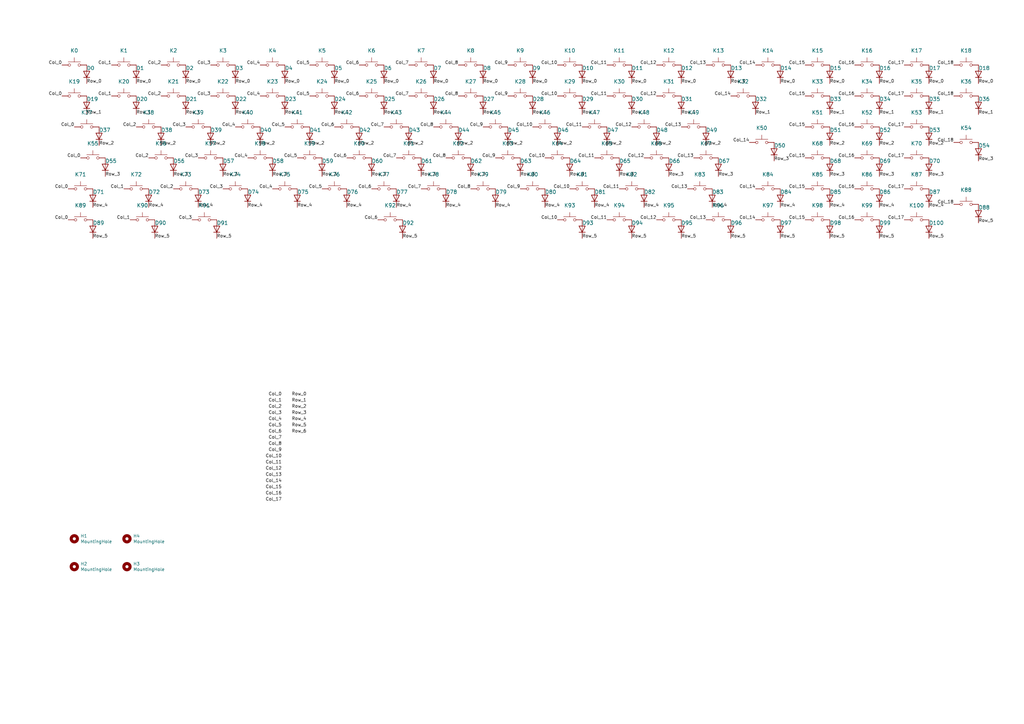
<source format=kicad_sch>
(kicad_sch (version 20211123) (generator eeschema)
  (paper "A3")
  (title_block (date "2023-03-20 22:17") (comment 1 "Author: ") (comment 2 "Generated by klepcbgen.py v0.1"))
  (label "Row_2" (at 40.64 59.69 0))
  (label "Row_1" (at 125.73 165.1 180))
  (label "Col_4" (at 111.76 77.47 180))
  (label "Col_7" (at 157.48 52.07 180))
  (label "Col_5" (at 132.08 77.47 180))
  (label "Row_4" (at 182.88 85.09 0))
  (label "Col_7" (at 162.56 64.77 180))
  (label "Row_5" (at 360.68 97.79 0))
  (label "Col_13" (at 289.56 26.67 180))
  (label "Col_11" (at 243.84 64.77 180))
  (label "Col_5" (at 127 26.67 180))
  (label "Col_9" (at 208.28 39.37 180))
  (label "Row_4" (at 264.16 85.09 0))
  (label "Row_4" (at 162.56 85.09 0))
  (label "Col_16" (at 350.52 52.07 180))
  (label "Col_5" (at 121.92 64.77 180))
  (label "Row_3" (at 401.32 66.04 0))
  (label "Row_1" (at 340.36 46.99 0))
  (label "Row_0" (at 299.72 34.29 0))
  (label "Col_2" (at 66.04 26.67 180))
  (label "Col_12" (at 264.16 64.77 180))
  (label "Col_10" (at 218.44 52.07 180))
  (label "Row_0" (at 259.08 34.29 0))
  (label "Col_11" (at 248.92 26.67 180))
  (label "Row_2" (at 360.68 59.69 0))
  (label "Row_1" (at 55.88 46.99 0))
  (label "Row_0" (at 238.76 34.29 0))
  (label "Col_0" (at 25.4 39.37 180))
  (label "Row_4" (at 320.04 85.09 0))
  (label "Row_2" (at 147.32 59.69 0))
  (label "Row_3" (at 71.12 72.39 0))
  (label "Col_13" (at 289.56 90.17 180))
  (label "Col_9" (at 213.36 77.47 180))
  (label "Col_16" (at 350.52 26.67 180))
  (label "Row_3" (at 193.04 72.39 0))
  (label "Col_10" (at 223.52 64.77 180))
  (label "Col_7" (at 115.57 180.34 180))
  (label "Col_16" (at 115.57 203.2 180))
  (label "Row_5" (at 259.08 97.79 0))
  (label "Row_6" (at 125.73 177.8 180))
  (label "Row_5" (at 88.9 97.79 0))
  (label "Row_4" (at 340.36 85.09 0))
  (label "Col_1" (at 53.34 90.17 180))
  (label "Row_1" (at 401.32 46.99 0))
  (label "Col_14" (at 115.57 198.12 180))
  (label "Col_15" (at 115.57 200.66 180))
  (label "Col_12" (at 269.24 26.67 180))
  (label "Col_5" (at 127 39.37 180))
  (label "Row_1" (at 238.76 46.99 0))
  (label "Col_10" (at 115.57 187.96 180))
  (label "Col_2" (at 55.88 52.07 180))
  (label "Row_5" (at 238.76 97.79 0))
  (label "Row_0" (at 401.32 34.29 0))
  (label "Col_10" (at 228.6 26.67 180))
  (label "Col_10" (at 233.68 77.47 180))
  (label "Col_3" (at 81.28 64.77 180))
  (label "Row_1" (at 360.68 46.99 0))
  (label "Col_7" (at 172.72 77.47 180))
  (label "Col_15" (at 330.2 64.77 180))
  (label "Col_9" (at 208.28 26.67 180))
  (label "Row_5" (at 401.32 91.44 0))
  (label "Col_9" (at 115.57 185.42 180))
  (label "Row_0" (at 279.4 34.29 0))
  (label "Row_4" (at 142.24 85.09 0))
  (label "Row_2" (at 127 59.69 0))
  (label "Row_4" (at 121.92 85.09 0))
  (label "Row_4" (at 38.1 85.09 0))
  (label "Col_13" (at 281.94 77.47 180))
  (label "Row_3" (at 213.36 72.39 0))
  (label "Col_6" (at 154.94 90.17 180))
  (label "Col_14" (at 309.88 26.67 180))
  (label "Col_0" (at 25.4 26.67 180))
  (label "Row_1" (at 279.4 46.99 0))
  (label "Col_14" (at 309.88 90.17 180))
  (label "Col_2" (at 60.96 64.77 180))
  (label "Row_4" (at 223.52 85.09 0))
  (label "Row_0" (at 320.04 34.29 0))
  (label "Row_3" (at 91.44 72.39 0))
  (label "Row_3" (at 152.4 72.39 0))
  (label "Col_17" (at 370.84 64.77 180))
  (label "Row_1" (at 137.16 46.99 0))
  (label "Row_1" (at 116.84 46.99 0))
  (label "Col_10" (at 228.6 90.17 180))
  (label "Col_4" (at 106.68 26.67 180))
  (label "Row_0" (at 96.52 34.29 0))
  (label "Row_1" (at 198.12 46.99 0))
  (label "Row_0" (at 198.12 34.29 0))
  (label "Col_17" (at 370.84 26.67 180))
  (label "Row_2" (at 167.64 59.69 0))
  (label "Col_1" (at 45.72 26.67 180))
  (label "Col_0" (at 115.57 162.56 180))
  (label "Col_7" (at 167.64 39.37 180))
  (label "Row_3" (at 125.73 170.18 180))
  (label "Row_2" (at 289.56 59.69 0))
  (label "Row_4" (at 243.84 85.09 0))
  (label "Col_15" (at 330.2 26.67 180))
  (label "Row_2" (at 106.68 59.69 0))
  (label "Row_5" (at 165.1 97.79 0))
  (label "Col_5" (at 115.57 175.26 180))
  (label "Row_5" (at 63.5 97.79 0))
  (label "Col_4" (at 115.57 172.72 180))
  (label "Col_5" (at 116.84 52.07 180))
  (label "Col_16" (at 350.52 77.47 180))
  (label "Row_1" (at 218.44 46.99 0))
  (label "Row_4" (at 60.96 85.09 0))
  (label "Row_4" (at 101.6 85.09 0))
  (label "Row_4" (at 203.2 85.09 0))
  (label "Col_8" (at 177.8 52.07 180))
  (label "Row_5" (at 38.1 97.79 0))
  (label "Row_0" (at 177.8 34.29 0))
  (label "Col_13" (at 115.57 195.58 180))
  (label "Row_4" (at 360.68 85.09 0))
  (label "Col_8" (at 193.04 77.47 180))
  (label "Row_2" (at 66.04 59.69 0))
  (label "Col_1" (at 45.72 39.37 180))
  (label "Col_18" (at 391.16 58.42 180))
  (label "Col_8" (at 115.57 182.88 180))
  (label "Col_3" (at 76.2 52.07 180))
  (label "Col_4" (at 96.52 52.07 180))
  (label "Row_0" (at 381 34.29 0))
  (label "Col_6" (at 152.4 77.47 180))
  (label "Col_15" (at 330.2 39.37 180))
  (label "Col_15" (at 330.2 52.07 180))
  (label "Row_0" (at 125.73 162.56 180))
  (label "Row_5" (at 320.04 97.79 0))
  (label "Col_12" (at 269.24 39.37 180))
  (label "Row_3" (at 172.72 72.39 0))
  (label "Row_2" (at 187.96 59.69 0))
  (label "Col_14" (at 307.34 58.42 180))
  (label "Row_3" (at 294.64 72.39 0))
  (label "Row_3" (at 274.32 72.39 0))
  (label "Col_13" (at 279.4 52.07 180))
  (label "Row_0" (at 218.44 34.29 0))
  (label "Col_11" (at 248.92 39.37 180))
  (label "Row_0" (at 137.16 34.29 0))
  (label "Col_4" (at 101.6 64.77 180))
  (label "Col_11" (at 115.57 190.5 180))
  (label "Col_12" (at 115.57 193.04 180))
  (label "Row_0" (at 55.88 34.29 0))
  (label "Row_5" (at 125.73 175.26 180))
  (label "Col_7" (at 167.64 26.67 180))
  (label "Row_0" (at 35.56 34.29 0))
  (label "Row_1" (at 259.08 46.99 0))
  (label "Row_3" (at 233.68 72.39 0))
  (label "Row_2" (at 125.73 167.64 180))
  (label "Row_4" (at 292.1 85.09 0))
  (label "Col_3" (at 86.36 26.67 180))
  (label "Col_3" (at 91.44 77.47 180))
  (label "Col_1" (at 115.57 165.1 180))
  (label "Row_5" (at 279.4 97.79 0))
  (label "Row_3" (at 111.76 72.39 0))
  (label "Row_1" (at 157.48 46.99 0))
  (label "Row_3" (at 360.68 72.39 0))
  (label "Col_6" (at 115.57 177.8 180))
  (label "Row_1" (at 76.2 46.99 0))
  (label "Col_8" (at 187.96 39.37 180))
  (label "Col_17" (at 370.84 39.37 180))
  (label "Col_17" (at 370.84 52.07 180))
  (label "Col_16" (at 350.52 90.17 180))
  (label "Col_10" (at 228.6 39.37 180))
  (label "Col_17" (at 370.84 90.17 180))
  (label "Col_8" (at 182.88 64.77 180))
  (label "Row_5" (at 299.72 97.79 0))
  (label "Row_1" (at 309.88 46.99 0))
  (label "Col_13" (at 284.48 64.77 180))
  (label "Row_1" (at 381 46.99 0))
  (label "Col_3" (at 86.36 39.37 180))
  (label "Col_16" (at 350.52 64.77 180))
  (label "Col_11" (at 254 77.47 180))
  (label "Col_0" (at 33.02 64.77 180))
  (label "Col_0" (at 30.48 52.07 180))
  (label "Col_3" (at 78.74 90.17 180))
  (label "Row_0" (at 360.68 34.29 0))
  (label "Row_4" (at 81.28 85.09 0))
  (label "Row_2" (at 340.36 59.69 0))
  (label "Row_1" (at 96.52 46.99 0))
  (label "Col_12" (at 269.24 90.17 180))
  (label "Col_0" (at 27.94 77.47 180))
  (label "Row_3" (at 132.08 72.39 0))
  (label "Row_3" (at 254 72.39 0))
  (label "Col_18" (at 391.16 39.37 180))
  (label "Row_2" (at 269.24 59.69 0))
  (label "Row_0" (at 76.2 34.29 0))
  (label "Row_4" (at 381 85.09 0))
  (label "Col_14" (at 299.72 39.37 180))
  (label "Col_18" (at 391.16 26.67 180))
  (label "Col_17" (at 370.84 77.47 180))
  (label "Col_2" (at 115.57 167.64 180))
  (label "Col_8" (at 187.96 26.67 180))
  (label "Col_6" (at 137.16 52.07 180))
  (label "Row_0" (at 340.36 34.29 0))
  (label "Col_16" (at 350.52 39.37 180))
  (label "Col_4" (at 106.68 39.37 180))
  (label "Row_4" (at 125.73 172.72 180))
  (label "Col_1" (at 50.8 77.47 180))
  (label "Col_3" (at 115.57 170.18 180))
  (label "Col_9" (at 203.2 64.77 180))
  (label "Row_3" (at 317.5 66.04 0))
  (label "Col_6" (at 147.32 26.67 180))
  (label "Col_14" (at 309.88 77.47 180))
  (label "Col_11" (at 248.92 90.17 180))
  (label "Col_11" (at 238.76 52.07 180))
  (label "Row_5" (at 340.36 97.79 0))
  (label "Col_17" (at 115.57 205.74 180))
  (label "Row_3" (at 381 72.39 0))
  (label "Row_0" (at 116.84 34.29 0))
  (label "Row_1" (at 35.56 46.99 0))
  (label "Row_3" (at 43.18 72.39 0))
  (label "Row_2" (at 248.92 59.69 0))
  (label "Col_12" (at 259.08 52.07 180))
  (label "Row_2" (at 86.36 59.69 0))
  (label "Col_9" (at 198.12 52.07 180))
  (label "Row_3" (at 340.36 72.39 0))
  (label "Col_2" (at 66.04 39.37 180))
  (label "Row_2" (at 381 59.69 0))
  (label "Col_6" (at 142.24 64.77 180))
  (label "Col_15" (at 330.2 90.17 180))
  (label "Row_0" (at 157.48 34.29 0))
  (label "Row_1" (at 177.8 46.99 0))
  (label "Row_2" (at 208.28 59.69 0))
  (label "Col_0" (at 27.94 90.17 180))
  (label "Row_2" (at 228.6 59.69 0))
  (label "Row_5" (at 381 97.79 0))
  (label "Col_2" (at 71.12 77.47 180))
  (label "Col_6" (at 147.32 39.37 180))
  (label "Col_18" (at 391.16 83.82 180))
  (label "Col_15" (at 330.2 77.47 180))
  (symbol (lib_id "Device:D") (at 238.76 30.48 90) (unit 1)
    (property "Reference" "D10" (at 238.76 27.94 90) (effects (font (size 1.524 1.524)) (justify right)))
    (property "Value" "D" (effects hide))
    (property "Footprint" "Diode_SMD:D_0805_2012Metric_Pad1.15x1.40mm_HandSolder" (effects hide))
  )
  (symbol (lib_id "Device:D") (at 259.08 30.48 90) (unit 1)
    (property "Reference" "D11" (at 259.08 27.94 90) (effects (font (size 1.524 1.524)) (justify right)))
    (property "Value" "D" (effects hide))
    (property "Footprint" "Diode_SMD:D_0805_2012Metric_Pad1.15x1.40mm_HandSolder" (effects hide))
  )
  (symbol (lib_id "Device:D") (at 279.4 30.48 90) (unit 1)
    (property "Reference" "D12" (at 279.4 27.94 90) (effects (font (size 1.524 1.524)) (justify right)))
    (property "Value" "D" (effects hide))
    (property "Footprint" "Diode_SMD:D_0805_2012Metric_Pad1.15x1.40mm_HandSolder" (effects hide))
  )
  (symbol (lib_id "Device:D") (at 299.72 30.48 90) (unit 1)
    (property "Reference" "D13" (at 299.72 27.94 90) (effects (font (size 1.524 1.524)) (justify right)))
    (property "Value" "D" (effects hide))
    (property "Footprint" "Diode_SMD:D_0805_2012Metric_Pad1.15x1.40mm_HandSolder" (effects hide))
  )
  (symbol (lib_id "Device:D") (at 320.04 30.48 90) (unit 1)
    (property "Reference" "D14" (at 320.04 27.94 90) (effects (font (size 1.524 1.524)) (justify right)))
    (property "Value" "D" (effects hide))
    (property "Footprint" "Diode_SMD:D_0805_2012Metric_Pad1.15x1.40mm_HandSolder" (effects hide))
  )
  (symbol (lib_id "Device:D") (at 340.36 30.48 90) (unit 1)
    (property "Reference" "D15" (at 340.36 27.94 90) (effects (font (size 1.524 1.524)) (justify right)))
    (property "Value" "D" (effects hide))
    (property "Footprint" "Diode_SMD:D_0805_2012Metric_Pad1.15x1.40mm_HandSolder" (effects hide))
  )
  (symbol (lib_id "Device:D") (at 360.68 30.48 90) (unit 1)
    (property "Reference" "D16" (at 360.68 27.94 90) (effects (font (size 1.524 1.524)) (justify right)))
    (property "Value" "D" (effects hide))
    (property "Footprint" "Diode_SMD:D_0805_2012Metric_Pad1.15x1.40mm_HandSolder" (effects hide))
  )
  (symbol (lib_id "Device:D") (at 381 30.48 90) (unit 1)
    (property "Reference" "D17" (at 381 27.94 90) (effects (font (size 1.524 1.524)) (justify right)))
    (property "Value" "D" (effects hide))
    (property "Footprint" "Diode_SMD:D_0805_2012Metric_Pad1.15x1.40mm_HandSolder" (effects hide))
  )
  (symbol (lib_id "Device:D") (at 401.32 30.48 90) (unit 1)
    (property "Reference" "D18" (at 401.32 27.94 90) (effects (font (size 1.524 1.524)) (justify right)))
    (property "Value" "D" (effects hide))
    (property "Footprint" "Diode_SMD:D_0805_2012Metric_Pad1.15x1.40mm_HandSolder" (effects hide))
  )
  (symbol (lib_id "Device:D") (at 35.56 43.18 90) (unit 1)
    (property "Reference" "D19" (at 35.56 40.64 90) (effects (font (size 1.524 1.524)) (justify right)))
    (property "Value" "D" (effects hide))
    (property "Footprint" "Diode_SMD:D_0805_2012Metric_Pad1.15x1.40mm_HandSolder" (effects hide))
  )
  (symbol (lib_id "Device:D") (at 55.88 43.18 90) (unit 1)
    (property "Reference" "D20" (at 55.88 40.64 90) (effects (font (size 1.524 1.524)) (justify right)))
    (property "Value" "D" (effects hide))
    (property "Footprint" "Diode_SMD:D_0805_2012Metric_Pad1.15x1.40mm_HandSolder" (effects hide))
  )
  (symbol (lib_id "Device:D") (at 76.2 43.18 90) (unit 1)
    (property "Reference" "D21" (at 76.2 40.64 90) (effects (font (size 1.524 1.524)) (justify right)))
    (property "Value" "D" (effects hide))
    (property "Footprint" "Diode_SMD:D_0805_2012Metric_Pad1.15x1.40mm_HandSolder" (effects hide))
  )
  (symbol (lib_id "Device:D") (at 96.52 43.18 90) (unit 1)
    (property "Reference" "D22" (at 96.52 40.64 90) (effects (font (size 1.524 1.524)) (justify right)))
    (property "Value" "D" (effects hide))
    (property "Footprint" "Diode_SMD:D_0805_2012Metric_Pad1.15x1.40mm_HandSolder" (effects hide))
  )
  (symbol (lib_id "Device:D") (at 116.84 43.18 90) (unit 1)
    (property "Reference" "D23" (at 116.84 40.64 90) (effects (font (size 1.524 1.524)) (justify right)))
    (property "Value" "D" (effects hide))
    (property "Footprint" "Diode_SMD:D_0805_2012Metric_Pad1.15x1.40mm_HandSolder" (effects hide))
  )
  (symbol (lib_id "Device:D") (at 137.16 43.18 90) (unit 1)
    (property "Reference" "D24" (at 137.16 40.64 90) (effects (font (size 1.524 1.524)) (justify right)))
    (property "Value" "D" (effects hide))
    (property "Footprint" "Diode_SMD:D_0805_2012Metric_Pad1.15x1.40mm_HandSolder" (effects hide))
  )
  (symbol (lib_id "Device:D") (at 157.48 43.18 90) (unit 1)
    (property "Reference" "D25" (at 157.48 40.64 90) (effects (font (size 1.524 1.524)) (justify right)))
    (property "Value" "D" (effects hide))
    (property "Footprint" "Diode_SMD:D_0805_2012Metric_Pad1.15x1.40mm_HandSolder" (effects hide))
  )
  (symbol (lib_id "Device:D") (at 177.8 43.18 90) (unit 1)
    (property "Reference" "D26" (at 177.8 40.64 90) (effects (font (size 1.524 1.524)) (justify right)))
    (property "Value" "D" (effects hide))
    (property "Footprint" "Diode_SMD:D_0805_2012Metric_Pad1.15x1.40mm_HandSolder" (effects hide))
  )
  (symbol (lib_id "Device:D") (at 198.12 43.18 90) (unit 1)
    (property "Reference" "D27" (at 198.12 40.64 90) (effects (font (size 1.524 1.524)) (justify right)))
    (property "Value" "D" (effects hide))
    (property "Footprint" "Diode_SMD:D_0805_2012Metric_Pad1.15x1.40mm_HandSolder" (effects hide))
  )
  (symbol (lib_id "Device:D") (at 218.44 43.18 90) (unit 1)
    (property "Reference" "D28" (at 218.44 40.64 90) (effects (font (size 1.524 1.524)) (justify right)))
    (property "Value" "D" (effects hide))
    (property "Footprint" "Diode_SMD:D_0805_2012Metric_Pad1.15x1.40mm_HandSolder" (effects hide))
  )
  (symbol (lib_id "Device:D") (at 238.76 43.18 90) (unit 1)
    (property "Reference" "D29" (at 238.76 40.64 90) (effects (font (size 1.524 1.524)) (justify right)))
    (property "Value" "D" (effects hide))
    (property "Footprint" "Diode_SMD:D_0805_2012Metric_Pad1.15x1.40mm_HandSolder" (effects hide))
  )
  (symbol (lib_id "Device:D") (at 259.08 43.18 90) (unit 1)
    (property "Reference" "D30" (at 259.08 40.64 90) (effects (font (size 1.524 1.524)) (justify right)))
    (property "Value" "D" (effects hide))
    (property "Footprint" "Diode_SMD:D_0805_2012Metric_Pad1.15x1.40mm_HandSolder" (effects hide))
  )
  (symbol (lib_id "Device:D") (at 279.4 43.18 90) (unit 1)
    (property "Reference" "D31" (at 279.4 40.64 90) (effects (font (size 1.524 1.524)) (justify right)))
    (property "Value" "D" (effects hide))
    (property "Footprint" "Diode_SMD:D_0805_2012Metric_Pad1.15x1.40mm_HandSolder" (effects hide))
  )
  (symbol (lib_id "Device:D") (at 309.88 43.18 90) (unit 1)
    (property "Reference" "D32" (at 309.88 40.64 90) (effects (font (size 1.524 1.524)) (justify right)))
    (property "Value" "D" (effects hide))
    (property "Footprint" "Diode_SMD:D_0805_2012Metric_Pad1.15x1.40mm_HandSolder" (effects hide))
  )
  (symbol (lib_id "Device:D") (at 340.36 43.18 90) (unit 1)
    (property "Reference" "D33" (at 340.36 40.64 90) (effects (font (size 1.524 1.524)) (justify right)))
    (property "Value" "D" (effects hide))
    (property "Footprint" "Diode_SMD:D_0805_2012Metric_Pad1.15x1.40mm_HandSolder" (effects hide))
  )
  (symbol (lib_id "Device:D") (at 360.68 43.18 90) (unit 1)
    (property "Reference" "D34" (at 360.68 40.64 90) (effects (font (size 1.524 1.524)) (justify right)))
    (property "Value" "D" (effects hide))
    (property "Footprint" "Diode_SMD:D_0805_2012Metric_Pad1.15x1.40mm_HandSolder" (effects hide))
  )
  (symbol (lib_id "Device:D") (at 381 43.18 90) (unit 1)
    (property "Reference" "D35" (at 381 40.64 90) (effects (font (size 1.524 1.524)) (justify right)))
    (property "Value" "D" (effects hide))
    (property "Footprint" "Diode_SMD:D_0805_2012Metric_Pad1.15x1.40mm_HandSolder" (effects hide))
  )
  (symbol (lib_id "Device:D") (at 401.32 43.18 90) (unit 1)
    (property "Reference" "D36" (at 401.32 40.64 90) (effects (font (size 1.524 1.524)) (justify right)))
    (property "Value" "D" (effects hide))
    (property "Footprint" "Diode_SMD:D_0805_2012Metric_Pad1.15x1.40mm_HandSolder" (effects hide))
  )
  (symbol (lib_id "Device:D") (at 40.64 55.88 90) (unit 1)
    (property "Reference" "D37" (at 40.64 53.34 90) (effects (font (size 1.524 1.524)) (justify right)))
    (property "Value" "D" (effects hide))
    (property "Footprint" "Diode_SMD:D_0805_2012Metric_Pad1.15x1.40mm_HandSolder" (effects hide))
  )
  (symbol (lib_id "Device:D") (at 66.04 55.88 90) (unit 1)
    (property "Reference" "D38" (at 66.04 53.34 90) (effects (font (size 1.524 1.524)) (justify right)))
    (property "Value" "D" (effects hide))
    (property "Footprint" "Diode_SMD:D_0805_2012Metric_Pad1.15x1.40mm_HandSolder" (effects hide))
  )
  (symbol (lib_id "Device:D") (at 86.36 55.88 90) (unit 1)
    (property "Reference" "D39" (at 86.36 53.34 90) (effects (font (size 1.524 1.524)) (justify right)))
    (property "Value" "D" (effects hide))
    (property "Footprint" "Diode_SMD:D_0805_2012Metric_Pad1.15x1.40mm_HandSolder" (effects hide))
  )
  (symbol (lib_id "Device:D") (at 106.68 55.88 90) (unit 1)
    (property "Reference" "D40" (at 106.68 53.34 90) (effects (font (size 1.524 1.524)) (justify right)))
    (property "Value" "D" (effects hide))
    (property "Footprint" "Diode_SMD:D_0805_2012Metric_Pad1.15x1.40mm_HandSolder" (effects hide))
  )
  (symbol (lib_id "Device:D") (at 127 55.88 90) (unit 1)
    (property "Reference" "D41" (at 127 53.34 90) (effects (font (size 1.524 1.524)) (justify right)))
    (property "Value" "D" (effects hide))
    (property "Footprint" "Diode_SMD:D_0805_2012Metric_Pad1.15x1.40mm_HandSolder" (effects hide))
  )
  (symbol (lib_id "Device:D") (at 147.32 55.88 90) (unit 1)
    (property "Reference" "D42" (at 147.32 53.34 90) (effects (font (size 1.524 1.524)) (justify right)))
    (property "Value" "D" (effects hide))
    (property "Footprint" "Diode_SMD:D_0805_2012Metric_Pad1.15x1.40mm_HandSolder" (effects hide))
  )
  (symbol (lib_id "Device:D") (at 167.64 55.88 90) (unit 1)
    (property "Reference" "D43" (at 167.64 53.34 90) (effects (font (size 1.524 1.524)) (justify right)))
    (property "Value" "D" (effects hide))
    (property "Footprint" "Diode_SMD:D_0805_2012Metric_Pad1.15x1.40mm_HandSolder" (effects hide))
  )
  (symbol (lib_id "Device:D") (at 187.96 55.88 90) (unit 1)
    (property "Reference" "D44" (at 187.96 53.34 90) (effects (font (size 1.524 1.524)) (justify right)))
    (property "Value" "D" (effects hide))
    (property "Footprint" "Diode_SMD:D_0805_2012Metric_Pad1.15x1.40mm_HandSolder" (effects hide))
  )
  (symbol (lib_id "Device:D") (at 208.28 55.88 90) (unit 1)
    (property "Reference" "D45" (at 208.28 53.34 90) (effects (font (size 1.524 1.524)) (justify right)))
    (property "Value" "D" (effects hide))
    (property "Footprint" "Diode_SMD:D_0805_2012Metric_Pad1.15x1.40mm_HandSolder" (effects hide))
  )
  (symbol (lib_id "Device:D") (at 228.6 55.88 90) (unit 1)
    (property "Reference" "D46" (at 228.6 53.34 90) (effects (font (size 1.524 1.524)) (justify right)))
    (property "Value" "D" (effects hide))
    (property "Footprint" "Diode_SMD:D_0805_2012Metric_Pad1.15x1.40mm_HandSolder" (effects hide))
  )
  (symbol (lib_id "Device:D") (at 248.92 55.88 90) (unit 1)
    (property "Reference" "D47" (at 248.92 53.34 90) (effects (font (size 1.524 1.524)) (justify right)))
    (property "Value" "D" (effects hide))
    (property "Footprint" "Diode_SMD:D_0805_2012Metric_Pad1.15x1.40mm_HandSolder" (effects hide))
  )
  (symbol (lib_id "Device:D") (at 269.24 55.88 90) (unit 1)
    (property "Reference" "D48" (at 269.24 53.34 90) (effects (font (size 1.524 1.524)) (justify right)))
    (property "Value" "D" (effects hide))
    (property "Footprint" "Diode_SMD:D_0805_2012Metric_Pad1.15x1.40mm_HandSolder" (effects hide))
  )
  (symbol (lib_id "Device:D") (at 289.56 55.88 90) (unit 1)
    (property "Reference" "D49" (at 289.56 53.34 90) (effects (font (size 1.524 1.524)) (justify right)))
    (property "Value" "D" (effects hide))
    (property "Footprint" "Diode_SMD:D_0805_2012Metric_Pad1.15x1.40mm_HandSolder" (effects hide))
  )
  (symbol (lib_id "Device:D") (at 317.5 62.23 90) (unit 1)
    (property "Reference" "D50" (at 317.5 59.69 90) (effects (font (size 1.524 1.524)) (justify right)))
    (property "Value" "D" (effects hide))
    (property "Footprint" "Diode_SMD:D_0805_2012Metric_Pad1.15x1.40mm_HandSolder" (effects hide))
  )
  (symbol (lib_id "Device:D") (at 340.36 55.88 90) (unit 1)
    (property "Reference" "D51" (at 340.36 53.34 90) (effects (font (size 1.524 1.524)) (justify right)))
    (property "Value" "D" (effects hide))
    (property "Footprint" "Diode_SMD:D_0805_2012Metric_Pad1.15x1.40mm_HandSolder" (effects hide))
  )
  (symbol (lib_id "Device:D") (at 360.68 55.88 90) (unit 1)
    (property "Reference" "D52" (at 360.68 53.34 90) (effects (font (size 1.524 1.524)) (justify right)))
    (property "Value" "D" (effects hide))
    (property "Footprint" "Diode_SMD:D_0805_2012Metric_Pad1.15x1.40mm_HandSolder" (effects hide))
  )
  (symbol (lib_id "Device:D") (at 381 55.88 90) (unit 1)
    (property "Reference" "D53" (at 381 53.34 90) (effects (font (size 1.524 1.524)) (justify right)))
    (property "Value" "D" (effects hide))
    (property "Footprint" "Diode_SMD:D_0805_2012Metric_Pad1.15x1.40mm_HandSolder" (effects hide))
  )
  (symbol (lib_id "Device:D") (at 401.32 62.23 90) (unit 1)
    (property "Reference" "D54" (at 401.32 59.69 90) (effects (font (size 1.524 1.524)) (justify right)))
    (property "Value" "D" (effects hide))
    (property "Footprint" "Diode_SMD:D_0805_2012Metric_Pad1.15x1.40mm_HandSolder" (effects hide))
  )
  (symbol (lib_id "Device:D") (at 43.18 68.58 90) (unit 1)
    (property "Reference" "D55" (at 43.18 66.04 90) (effects (font (size 1.524 1.524)) (justify right)))
    (property "Value" "D" (effects hide))
    (property "Footprint" "Diode_SMD:D_0805_2012Metric_Pad1.15x1.40mm_HandSolder" (effects hide))
  )
  (symbol (lib_id "Device:D") (at 71.12 68.58 90) (unit 1)
    (property "Reference" "D56" (at 71.12 66.04 90) (effects (font (size 1.524 1.524)) (justify right)))
    (property "Value" "D" (effects hide))
    (property "Footprint" "Diode_SMD:D_0805_2012Metric_Pad1.15x1.40mm_HandSolder" (effects hide))
  )
  (symbol (lib_id "Device:D") (at 91.44 68.58 90) (unit 1)
    (property "Reference" "D57" (at 91.44 66.04 90) (effects (font (size 1.524 1.524)) (justify right)))
    (property "Value" "D" (effects hide))
    (property "Footprint" "Diode_SMD:D_0805_2012Metric_Pad1.15x1.40mm_HandSolder" (effects hide))
  )
  (symbol (lib_id "Device:D") (at 111.76 68.58 90) (unit 1)
    (property "Reference" "D58" (at 111.76 66.04 90) (effects (font (size 1.524 1.524)) (justify right)))
    (property "Value" "D" (effects hide))
    (property "Footprint" "Diode_SMD:D_0805_2012Metric_Pad1.15x1.40mm_HandSolder" (effects hide))
  )
  (symbol (lib_id "Device:D") (at 132.08 68.58 90) (unit 1)
    (property "Reference" "D59" (at 132.08 66.04 90) (effects (font (size 1.524 1.524)) (justify right)))
    (property "Value" "D" (effects hide))
    (property "Footprint" "Diode_SMD:D_0805_2012Metric_Pad1.15x1.40mm_HandSolder" (effects hide))
  )
  (symbol (lib_id "Device:D") (at 152.4 68.58 90) (unit 1)
    (property "Reference" "D60" (at 152.4 66.04 90) (effects (font (size 1.524 1.524)) (justify right)))
    (property "Value" "D" (effects hide))
    (property "Footprint" "Diode_SMD:D_0805_2012Metric_Pad1.15x1.40mm_HandSolder" (effects hide))
  )
  (symbol (lib_id "Device:D") (at 172.72 68.58 90) (unit 1)
    (property "Reference" "D61" (at 172.72 66.04 90) (effects (font (size 1.524 1.524)) (justify right)))
    (property "Value" "D" (effects hide))
    (property "Footprint" "Diode_SMD:D_0805_2012Metric_Pad1.15x1.40mm_HandSolder" (effects hide))
  )
  (symbol (lib_id "Device:D") (at 193.04 68.58 90) (unit 1)
    (property "Reference" "D62" (at 193.04 66.04 90) (effects (font (size 1.524 1.524)) (justify right)))
    (property "Value" "D" (effects hide))
    (property "Footprint" "Diode_SMD:D_0805_2012Metric_Pad1.15x1.40mm_HandSolder" (effects hide))
  )
  (symbol (lib_id "Device:D") (at 213.36 68.58 90) (unit 1)
    (property "Reference" "D63" (at 213.36 66.04 90) (effects (font (size 1.524 1.524)) (justify right)))
    (property "Value" "D" (effects hide))
    (property "Footprint" "Diode_SMD:D_0805_2012Metric_Pad1.15x1.40mm_HandSolder" (effects hide))
  )
  (symbol (lib_id "Device:D") (at 233.68 68.58 90) (unit 1)
    (property "Reference" "D64" (at 233.68 66.04 90) (effects (font (size 1.524 1.524)) (justify right)))
    (property "Value" "D" (effects hide))
    (property "Footprint" "Diode_SMD:D_0805_2012Metric_Pad1.15x1.40mm_HandSolder" (effects hide))
  )
  (symbol (lib_id "Device:D") (at 254 68.58 90) (unit 1)
    (property "Reference" "D65" (at 254 66.04 90) (effects (font (size 1.524 1.524)) (justify right)))
    (property "Value" "D" (effects hide))
    (property "Footprint" "Diode_SMD:D_0805_2012Metric_Pad1.15x1.40mm_HandSolder" (effects hide))
  )
  (symbol (lib_id "Device:D") (at 274.32 68.58 90) (unit 1)
    (property "Reference" "D66" (at 274.32 66.04 90) (effects (font (size 1.524 1.524)) (justify right)))
    (property "Value" "D" (effects hide))
    (property "Footprint" "Diode_SMD:D_0805_2012Metric_Pad1.15x1.40mm_HandSolder" (effects hide))
  )
  (symbol (lib_id "Device:D") (at 294.64 68.58 90) (unit 1)
    (property "Reference" "D67" (at 294.64 66.04 90) (effects (font (size 1.524 1.524)) (justify right)))
    (property "Value" "D" (effects hide))
    (property "Footprint" "Diode_SMD:D_0805_2012Metric_Pad1.15x1.40mm_HandSolder" (effects hide))
  )
  (symbol (lib_id "Device:D") (at 340.36 68.58 90) (unit 1)
    (property "Reference" "D68" (at 340.36 66.04 90) (effects (font (size 1.524 1.524)) (justify right)))
    (property "Value" "D" (effects hide))
    (property "Footprint" "Diode_SMD:D_0805_2012Metric_Pad1.15x1.40mm_HandSolder" (effects hide))
  )
  (symbol (lib_id "Device:D") (at 360.68 68.58 90) (unit 1)
    (property "Reference" "D69" (at 360.68 66.04 90) (effects (font (size 1.524 1.524)) (justify right)))
    (property "Value" "D" (effects hide))
    (property "Footprint" "Diode_SMD:D_0805_2012Metric_Pad1.15x1.40mm_HandSolder" (effects hide))
  )
  (symbol (lib_id "Device:D") (at 381 68.58 90) (unit 1)
    (property "Reference" "D70" (at 381 66.04 90) (effects (font (size 1.524 1.524)) (justify right)))
    (property "Value" "D" (effects hide))
    (property "Footprint" "Diode_SMD:D_0805_2012Metric_Pad1.15x1.40mm_HandSolder" (effects hide))
  )
  (symbol (lib_id "Device:D") (at 38.1 81.28 90) (unit 1)
    (property "Reference" "D71" (at 38.1 78.74 90) (effects (font (size 1.524 1.524)) (justify right)))
    (property "Value" "D" (effects hide))
    (property "Footprint" "Diode_SMD:D_0805_2012Metric_Pad1.15x1.40mm_HandSolder" (effects hide))
  )
  (symbol (lib_id "Device:D") (at 60.96 81.28 90) (unit 1)
    (property "Reference" "D72" (at 60.96 78.74 90) (effects (font (size 1.524 1.524)) (justify right)))
    (property "Value" "D" (effects hide))
    (property "Footprint" "Diode_SMD:D_0805_2012Metric_Pad1.15x1.40mm_HandSolder" (effects hide))
  )
  (symbol (lib_id "Device:D") (at 81.28 81.28 90) (unit 1)
    (property "Reference" "D73" (at 81.28 78.74 90) (effects (font (size 1.524 1.524)) (justify right)))
    (property "Value" "D" (effects hide))
    (property "Footprint" "Diode_SMD:D_0805_2012Metric_Pad1.15x1.40mm_HandSolder" (effects hide))
  )
  (symbol (lib_id "Device:D") (at 101.6 81.28 90) (unit 1)
    (property "Reference" "D74" (at 101.6 78.74 90) (effects (font (size 1.524 1.524)) (justify right)))
    (property "Value" "D" (effects hide))
    (property "Footprint" "Diode_SMD:D_0805_2012Metric_Pad1.15x1.40mm_HandSolder" (effects hide))
  )
  (symbol (lib_id "Device:D") (at 121.92 81.28 90) (unit 1)
    (property "Reference" "D75" (at 121.92 78.74 90) (effects (font (size 1.524 1.524)) (justify right)))
    (property "Value" "D" (effects hide))
    (property "Footprint" "Diode_SMD:D_0805_2012Metric_Pad1.15x1.40mm_HandSolder" (effects hide))
  )
  (symbol (lib_id "Device:D") (at 142.24 81.28 90) (unit 1)
    (property "Reference" "D76" (at 142.24 78.74 90) (effects (font (size 1.524 1.524)) (justify right)))
    (property "Value" "D" (effects hide))
    (property "Footprint" "Diode_SMD:D_0805_2012Metric_Pad1.15x1.40mm_HandSolder" (effects hide))
  )
  (symbol (lib_id "Device:D") (at 162.56 81.28 90) (unit 1)
    (property "Reference" "D77" (at 162.56 78.74 90) (effects (font (size 1.524 1.524)) (justify right)))
    (property "Value" "D" (effects hide))
    (property "Footprint" "Diode_SMD:D_0805_2012Metric_Pad1.15x1.40mm_HandSolder" (effects hide))
  )
  (symbol (lib_id "Device:D") (at 182.88 81.28 90) (unit 1)
    (property "Reference" "D78" (at 182.88 78.74 90) (effects (font (size 1.524 1.524)) (justify right)))
    (property "Value" "D" (effects hide))
    (property "Footprint" "Diode_SMD:D_0805_2012Metric_Pad1.15x1.40mm_HandSolder" (effects hide))
  )
  (symbol (lib_id "Device:D") (at 203.2 81.28 90) (unit 1)
    (property "Reference" "D79" (at 203.2 78.74 90) (effects (font (size 1.524 1.524)) (justify right)))
    (property "Value" "D" (effects hide))
    (property "Footprint" "Diode_SMD:D_0805_2012Metric_Pad1.15x1.40mm_HandSolder" (effects hide))
  )
  (symbol (lib_id "Device:D") (at 223.52 81.28 90) (unit 1)
    (property "Reference" "D80" (at 223.52 78.74 90) (effects (font (size 1.524 1.524)) (justify right)))
    (property "Value" "D" (effects hide))
    (property "Footprint" "Diode_SMD:D_0805_2012Metric_Pad1.15x1.40mm_HandSolder" (effects hide))
  )
  (symbol (lib_id "Device:D") (at 243.84 81.28 90) (unit 1)
    (property "Reference" "D81" (at 243.84 78.74 90) (effects (font (size 1.524 1.524)) (justify right)))
    (property "Value" "D" (effects hide))
    (property "Footprint" "Diode_SMD:D_0805_2012Metric_Pad1.15x1.40mm_HandSolder" (effects hide))
  )
  (symbol (lib_id "Device:D") (at 264.16 81.28 90) (unit 1)
    (property "Reference" "D82" (at 264.16 78.74 90) (effects (font (size 1.524 1.524)) (justify right)))
    (property "Value" "D" (effects hide))
    (property "Footprint" "Diode_SMD:D_0805_2012Metric_Pad1.15x1.40mm_HandSolder" (effects hide))
  )
  (symbol (lib_id "Device:D") (at 292.1 81.28 90) (unit 1)
    (property "Reference" "D83" (at 292.1 78.74 90) (effects (font (size 1.524 1.524)) (justify right)))
    (property "Value" "D" (effects hide))
    (property "Footprint" "Diode_SMD:D_0805_2012Metric_Pad1.15x1.40mm_HandSolder" (effects hide))
  )
  (symbol (lib_id "Device:D") (at 320.04 81.28 90) (unit 1)
    (property "Reference" "D84" (at 320.04 78.74 90) (effects (font (size 1.524 1.524)) (justify right)))
    (property "Value" "D" (effects hide))
    (property "Footprint" "Diode_SMD:D_0805_2012Metric_Pad1.15x1.40mm_HandSolder" (effects hide))
  )
  (symbol (lib_id "Device:D") (at 340.36 81.28 90) (unit 1)
    (property "Reference" "D85" (at 340.36 78.74 90) (effects (font (size 1.524 1.524)) (justify right)))
    (property "Value" "D" (effects hide))
    (property "Footprint" "Diode_SMD:D_0805_2012Metric_Pad1.15x1.40mm_HandSolder" (effects hide))
  )
  (symbol (lib_id "Device:D") (at 360.68 81.28 90) (unit 1)
    (property "Reference" "D86" (at 360.68 78.74 90) (effects (font (size 1.524 1.524)) (justify right)))
    (property "Value" "D" (effects hide))
    (property "Footprint" "Diode_SMD:D_0805_2012Metric_Pad1.15x1.40mm_HandSolder" (effects hide))
  )
  (symbol (lib_id "Device:D") (at 381 81.28 90) (unit 1)
    (property "Reference" "D87" (at 381 78.74 90) (effects (font (size 1.524 1.524)) (justify right)))
    (property "Value" "D" (effects hide))
    (property "Footprint" "Diode_SMD:D_0805_2012Metric_Pad1.15x1.40mm_HandSolder" (effects hide))
  )
  (symbol (lib_id "Device:D") (at 401.32 87.63 90) (unit 1)
    (property "Reference" "D88" (at 401.32 85.09 90) (effects (font (size 1.524 1.524)) (justify right)))
    (property "Value" "D" (effects hide))
    (property "Footprint" "Diode_SMD:D_0805_2012Metric_Pad1.15x1.40mm_HandSolder" (effects hide))
  )
  (symbol (lib_id "Device:D") (at 38.1 93.98 90) (unit 1)
    (property "Reference" "D89" (at 38.1 91.44 90) (effects (font (size 1.524 1.524)) (justify right)))
    (property "Value" "D" (effects hide))
    (property "Footprint" "Diode_SMD:D_0805_2012Metric_Pad1.15x1.40mm_HandSolder" (effects hide))
  )
  (symbol (lib_id "Device:D") (at 63.5 93.98 90) (unit 1)
    (property "Reference" "D90" (at 63.5 91.44 90) (effects (font (size 1.524 1.524)) (justify right)))
    (property "Value" "D" (effects hide))
    (property "Footprint" "Diode_SMD:D_0805_2012Metric_Pad1.15x1.40mm_HandSolder" (effects hide))
  )
  (symbol (lib_id "Device:D") (at 88.9 93.98 90) (unit 1)
    (property "Reference" "D91" (at 88.9 91.44 90) (effects (font (size 1.524 1.524)) (justify right)))
    (property "Value" "D" (effects hide))
    (property "Footprint" "Diode_SMD:D_0805_2012Metric_Pad1.15x1.40mm_HandSolder" (effects hide))
  )
  (symbol (lib_id "Device:D") (at 165.1 93.98 90) (unit 1)
    (property "Reference" "D92" (at 165.1 91.44 90) (effects (font (size 1.524 1.524)) (justify right)))
    (property "Value" "D" (effects hide))
    (property "Footprint" "Diode_SMD:D_0805_2012Metric_Pad1.15x1.40mm_HandSolder" (effects hide))
  )
  (symbol (lib_id "Device:D") (at 238.76 93.98 90) (unit 1)
    (property "Reference" "D93" (at 238.76 91.44 90) (effects (font (size 1.524 1.524)) (justify right)))
    (property "Value" "D" (effects hide))
    (property "Footprint" "Diode_SMD:D_0805_2012Metric_Pad1.15x1.40mm_HandSolder" (effects hide))
  )
  (symbol (lib_id "Device:D") (at 259.08 93.98 90) (unit 1)
    (property "Reference" "D94" (at 259.08 91.44 90) (effects (font (size 1.524 1.524)) (justify right)))
    (property "Value" "D" (effects hide))
    (property "Footprint" "Diode_SMD:D_0805_2012Metric_Pad1.15x1.40mm_HandSolder" (effects hide))
  )
  (symbol (lib_id "Device:D") (at 279.4 93.98 90) (unit 1)
    (property "Reference" "D95" (at 279.4 91.44 90) (effects (font (size 1.524 1.524)) (justify right)))
    (property "Value" "D" (effects hide))
    (property "Footprint" "Diode_SMD:D_0805_2012Metric_Pad1.15x1.40mm_HandSolder" (effects hide))
  )
  (symbol (lib_id "Device:D") (at 299.72 93.98 90) (unit 1)
    (property "Reference" "D96" (at 299.72 91.44 90) (effects (font (size 1.524 1.524)) (justify right)))
    (property "Value" "D" (effects hide))
    (property "Footprint" "Diode_SMD:D_0805_2012Metric_Pad1.15x1.40mm_HandSolder" (effects hide))
  )
  (symbol (lib_id "Device:D") (at 320.04 93.98 90) (unit 1)
    (property "Reference" "D97" (at 320.04 91.44 90) (effects (font (size 1.524 1.524)) (justify right)))
    (property "Value" "D" (effects hide))
    (property "Footprint" "Diode_SMD:D_0805_2012Metric_Pad1.15x1.40mm_HandSolder" (effects hide))
  )
  (symbol (lib_id "Device:D") (at 340.36 93.98 90) (unit 1)
    (property "Reference" "D98" (at 340.36 91.44 90) (effects (font (size 1.524 1.524)) (justify right)))
    (property "Value" "D" (effects hide))
    (property "Footprint" "Diode_SMD:D_0805_2012Metric_Pad1.15x1.40mm_HandSolder" (effects hide))
  )
  (symbol (lib_id "Device:D") (at 360.68 93.98 90) (unit 1)
    (property "Reference" "D99" (at 360.68 91.44 90) (effects (font (size 1.524 1.524)) (justify right)))
    (property "Value" "D" (effects hide))
    (property "Footprint" "Diode_SMD:D_0805_2012Metric_Pad1.15x1.40mm_HandSolder" (effects hide))
  )
  (symbol (lib_id "Mechanical:MountingHole") (at 30.48 232.41 0) (unit 1)
    (property "Reference" "H2" (at 33.02 231.2416 0) (effects (justify left)))
    (property "Value" "MountingHole" (at 33.02 233.553 0) (effects (justify left)))
    (property "Footprint" "MountingHole:MountingHole_3.2mm_M3_DIN965" (effects hide))
  )
  (symbol (lib_id "Mechanical:MountingHole") (at 30.48 220.98 0) (unit 1)
    (property "Reference" "H1" (at 33.02 219.8116 0) (effects (justify left)))
    (property "Value" "MountingHole" (at 33.02 222.123 0) (effects (justify left)))
    (property "Footprint" "MountingHole:MountingHole_3.2mm_M3_DIN965" (effects hide))
  )
  (symbol (lib_id "Mechanical:MountingHole") (at 52.07 220.98 0) (unit 1)
    (property "Reference" "H4" (at 54.61 219.8116 0) (effects (justify left)))
    (property "Value" "MountingHole" (at 54.61 222.123 0) (effects (justify left)))
    (property "Footprint" "MountingHole:MountingHole_3.2mm_M3_DIN965" (effects hide))
  )
  (symbol (lib_id "Mechanical:MountingHole") (at 52.07 232.41 0) (unit 1)
    (property "Reference" "H3" (at 54.61 231.2416 0) (effects (justify left)))
    (property "Value" "MountingHole" (at 54.61 233.553 0) (effects (justify left)))
    (property "Footprint" "MountingHole:MountingHole_3.2mm_M3_DIN965" (effects hide))
  )
  (symbol (lib_id "Switch:SW_Push") (at 96.52 77.47 0) (unit 1)
    (property "Reference" "K74" (at 96.52 71.5518 0) (effects (font (size 1.524 1.524))))
    (property "Value" "X" (effects hide))
    (property "Footprint" "Button_Switch_Keyboard:SW_Cherry_MX_1.00u_PCB" (effects hide))
  )
  (symbol (lib_id "Switch:SW_Push") (at 162.56 52.07 0) (unit 1)
    (property "Reference" "K43" (at 162.56 46.1518 0) (effects (font (size 1.524 1.524))))
    (property "Value" "Y" (effects hide))
    (property "Footprint" "Button_Switch_Keyboard:SW_Cherry_MX_1.00u_PCB" (effects hide))
  )
  (symbol (lib_id "Switch:SW_Push") (at 127 64.77 0) (unit 1)
    (property "Reference" "K59" (at 127 58.8518 0) (effects (font (size 1.524 1.524))))
    (property "Value" "F" (effects hide))
    (property "Footprint" "Button_Switch_Keyboard:SW_Cherry_MX_1.00u_PCB" (effects hide))
  )
  (symbol (lib_id "Switch:SW_Push") (at 55.88 77.47 0) (unit 1)
    (property "Reference" "K72" (at 55.88 71.5518 0) (effects (font (size 1.524 1.524))))
    (property "Value" "|,\\" (effects hide))
    (property "Footprint" "Button_Switch_Keyboard:SW_Cherry_MX_1.00u_PCB" (effects hide))
  )
  (symbol (lib_id "Switch:SW_Push") (at 396.24 26.67 0) (unit 1)
    (property "Reference" "K18" (at 396.24 20.7518 0) (effects (font (size 1.524 1.524))))
    (property "Value" "Home" (effects hide))
    (property "Footprint" "Button_Switch_Keyboard:SW_Cherry_MX_1.00u_PCB" (effects hide))
  )
  (symbol (lib_id "Switch:SW_Push") (at 259.08 77.47 0) (unit 1)
    (property "Reference" "K82" (at 259.08 71.5518 0) (effects (font (size 1.524 1.524))))
    (property "Value" "?,/" (effects hide))
    (property "Footprint" "Button_Switch_Keyboard:SW_Cherry_MX_1.00u_PCB" (effects hide))
  )
  (symbol (lib_id "Switch:SW_Push") (at 137.16 77.47 0) (unit 1)
    (property "Reference" "K76" (at 137.16 71.5518 0) (effects (font (size 1.524 1.524))))
    (property "Value" "V" (effects hide))
    (property "Footprint" "Button_Switch_Keyboard:SW_Cherry_MX_1.00u_PCB" (effects hide))
  )
  (symbol (lib_id "Device:D") (at 116.84 30.48 90) (unit 1)
    (property "Reference" "D4" (at 116.84 27.94 90) (effects (font (size 1.524 1.524)) (justify right)))
    (property "Value" "D" (effects hide))
    (property "Footprint" "Diode_SMD:D_0805_2012Metric_Pad1.15x1.40mm_HandSolder" (effects hide))
  )
  (symbol (lib_id "Switch:SW_Push") (at 233.68 39.37 0) (unit 1)
    (property "Reference" "K29" (at 233.68 33.4518 0) (effects (font (size 1.524 1.524))))
    (property "Value" "),0" (effects hide))
    (property "Footprint" "Button_Switch_Keyboard:SW_Cherry_MX_1.00u_PCB" (effects hide))
  )
  (symbol (lib_id "Switch:SW_Push") (at 35.56 52.07 0) (unit 1)
    (property "Reference" "K37" (at 35.56 46.1518 0) (effects (font (size 1.524 1.524))))
    (property "Value" "Tab" (effects hide))
    (property "Footprint" "Button_Switch_Keyboard:SW_Cherry_MX_1.50u_PCB" (effects hide))
  )
  (symbol (lib_id "Switch:SW_Push") (at 33.02 77.47 0) (unit 1)
    (property "Reference" "K71" (at 33.02 71.5518 0) (effects (font (size 1.524 1.524))))
    (property "Value" "Shift" (effects hide))
    (property "Footprint" "Button_Switch_Keyboard:SW_Cherry_MX_1.25u_PCB" (effects hide))
  )
  (symbol (lib_id "Switch:SW_Push") (at 304.8 39.37 0) (unit 1)
    (property "Reference" "K32" (at 304.8 33.4518 0) (effects (font (size 1.524 1.524))))
    (property "Value" "Backspace" (effects hide))
    (property "Footprint" "Button_Switch_Keyboard:SW_Cherry_MX_2.00u_PCB" (effects hide))
  )
  (symbol (lib_id "Switch:SW_Push") (at 58.42 90.17 0) (unit 1)
    (property "Reference" "K90" (at 58.42 84.2518 0) (effects (font (size 1.524 1.524))))
    (property "Value" "Win" (effects hide))
    (property "Footprint" "Button_Switch_Keyboard:SW_Cherry_MX_1.25u_PCB" (effects hide))
  )
  (symbol (lib_id "Switch:SW_Push") (at 274.32 90.17 0) (unit 1)
    (property "Reference" "K95" (at 274.32 84.2518 0) (effects (font (size 1.524 1.524))))
    (property "Value" "Ctrl" (effects hide))
    (property "Footprint" "Button_Switch_Keyboard:SW_Cherry_MX_1.00u_PCB" (effects hide))
  )
  (symbol (lib_id "Switch:SW_Push") (at 101.6 52.07 0) (unit 1)
    (property "Reference" "K40" (at 101.6 46.1518 0) (effects (font (size 1.524 1.524))))
    (property "Value" "E" (effects hide))
    (property "Footprint" "Button_Switch_Keyboard:SW_Cherry_MX_1.00u_PCB" (effects hide))
  )
  (symbol (lib_id "Switch:SW_Push") (at 375.92 64.77 0) (unit 1)
    (property "Reference" "K70" (at 375.92 58.8518 0) (effects (font (size 1.524 1.524))))
    (property "Value" "6,→" (effects hide))
    (property "Footprint" "Button_Switch_Keyboard:SW_Cherry_MX_1.00u_PCB" (effects hide))
  )
  (symbol (lib_id "Switch:SW_Push") (at 314.96 90.17 0) (unit 1)
    (property "Reference" "K97" (at 314.96 84.2518 0) (effects (font (size 1.524 1.524))))
    (property "Value" "↓" (effects hide))
    (property "Footprint" "Button_Switch_Keyboard:SW_Cherry_MX_1.00u_PCB" (effects hide))
  )
  (symbol (lib_id "Switch:SW_Push") (at 86.36 64.77 0) (unit 1)
    (property "Reference" "K57" (at 86.36 58.8518 0) (effects (font (size 1.524 1.524))))
    (property "Value" "S" (effects hide))
    (property "Footprint" "Button_Switch_Keyboard:SW_Cherry_MX_1.00u_PCB" (effects hide))
  )
  (symbol (lib_id "Switch:SW_Push") (at 157.48 77.47 0) (unit 1)
    (property "Reference" "K77" (at 157.48 71.5518 0) (effects (font (size 1.524 1.524))))
    (property "Value" "B" (effects hide))
    (property "Footprint" "Button_Switch_Keyboard:SW_Cherry_MX_1.00u_PCB" (effects hide))
  )
  (symbol (lib_id "Switch:SW_Push") (at 91.44 39.37 0) (unit 1)
    (property "Reference" "K22" (at 91.44 33.4518 0) (effects (font (size 1.524 1.524))))
    (property "Value" "#,3" (effects hide))
    (property "Footprint" "Button_Switch_Keyboard:SW_Cherry_MX_1.00u_PCB" (effects hide))
  )
  (symbol (lib_id "Device:D") (at 96.52 30.48 90) (unit 1)
    (property "Reference" "D3" (at 96.52 27.94 90) (effects (font (size 1.524 1.524)) (justify right)))
    (property "Value" "D" (effects hide))
    (property "Footprint" "Diode_SMD:D_0805_2012Metric_Pad1.15x1.40mm_HandSolder" (effects hide))
  )
  (symbol (lib_id "Switch:SW_Push") (at 172.72 26.67 0) (unit 1)
    (property "Reference" "K7" (at 172.72 20.7518 0) (effects (font (size 1.524 1.524))))
    (property "Value" "F7" (effects hide))
    (property "Footprint" "Button_Switch_Keyboard:SW_Cherry_MX_1.00u_PCB" (effects hide))
  )
  (symbol (lib_id "Switch:SW_Push") (at 106.68 64.77 0) (unit 1)
    (property "Reference" "K58" (at 106.68 58.8518 0) (effects (font (size 1.524 1.524))))
    (property "Value" "D" (effects hide))
    (property "Footprint" "Button_Switch_Keyboard:SW_Cherry_MX_1.00u_PCB" (effects hide))
  )
  (symbol (lib_id "Switch:SW_Push") (at 30.48 26.67 0) (unit 1)
    (property "Reference" "K0" (at 30.48 20.7518 0) (effects (font (size 1.524 1.524))))
    (property "Value" "Esc" (effects hide))
    (property "Footprint" "Button_Switch_Keyboard:SW_Cherry_MX_1.00u_PCB" (effects hide))
  )
  (symbol (lib_id "Switch:SW_Push") (at 193.04 39.37 0) (unit 1)
    (property "Reference" "K27" (at 193.04 33.4518 0) (effects (font (size 1.524 1.524))))
    (property "Value" "*,8" (effects hide))
    (property "Footprint" "Button_Switch_Keyboard:SW_Cherry_MX_1.00u_PCB" (effects hide))
  )
  (symbol (lib_id "Switch:SW_Push") (at 50.8 39.37 0) (unit 1)
    (property "Reference" "K20" (at 50.8 33.4518 0) (effects (font (size 1.524 1.524))))
    (property "Value" "!,1" (effects hide))
    (property "Footprint" "Button_Switch_Keyboard:SW_Cherry_MX_1.00u_PCB" (effects hide))
  )
  (symbol (lib_id "Switch:SW_Push") (at 71.12 39.37 0) (unit 1)
    (property "Reference" "K21" (at 71.12 33.4518 0) (effects (font (size 1.524 1.524))))
    (property "Value" "@,2" (effects hide))
    (property "Footprint" "Button_Switch_Keyboard:SW_Cherry_MX_1.00u_PCB" (effects hide))
  )
  (symbol (lib_id "Switch:SW_Push") (at 132.08 39.37 0) (unit 1)
    (property "Reference" "K24" (at 132.08 33.4518 0) (effects (font (size 1.524 1.524))))
    (property "Value" "%,5" (effects hide))
    (property "Footprint" "Button_Switch_Keyboard:SW_Cherry_MX_1.00u_PCB" (effects hide))
  )
  (symbol (lib_id "Switch:SW_Push") (at 172.72 39.37 0) (unit 1)
    (property "Reference" "K26" (at 172.72 33.4518 0) (effects (font (size 1.524 1.524))))
    (property "Value" "&,7" (effects hide))
    (property "Footprint" "Button_Switch_Keyboard:SW_Cherry_MX_1.00u_PCB" (effects hide))
  )
  (symbol (lib_id "Switch:SW_Push") (at 289.56 64.77 0) (unit 1)
    (property "Reference" "K67" (at 289.56 58.8518 0) (effects (font (size 1.524 1.524))))
    (property "Value" "|,\\" (effects hide))
    (property "Footprint" "Button_Switch_Keyboard:SW_Cherry_MX_1.00u_PCB" (effects hide))
  )
  (symbol (lib_id "Switch:SW_Push") (at 121.92 52.07 0) (unit 1)
    (property "Reference" "K41" (at 121.92 46.1518 0) (effects (font (size 1.524 1.524))))
    (property "Value" "R" (effects hide))
    (property "Footprint" "Button_Switch_Keyboard:SW_Cherry_MX_1.00u_PCB" (effects hide))
  )
  (symbol (lib_id "Switch:SW_Push") (at 335.28 52.07 0) (unit 1)
    (property "Reference" "K51" (at 335.28 46.1518 0) (effects (font (size 1.524 1.524))))
    (property "Value" "7" (effects hide))
    (property "Footprint" "Button_Switch_Keyboard:SW_Cherry_MX_1.00u_PCB" (effects hide))
  )
  (symbol (lib_id "Switch:SW_Push") (at 83.82 90.17 0) (unit 1)
    (property "Reference" "K91" (at 83.82 84.2518 0) (effects (font (size 1.524 1.524))))
    (property "Value" "Alt" (effects hide))
    (property "Footprint" "Button_Switch_Keyboard:SW_Cherry_MX_1.25u_PCB" (effects hide))
  )
  (symbol (lib_id "Device:D") (at 55.88 30.48 90) (unit 1)
    (property "Reference" "D1" (at 55.88 27.94 90) (effects (font (size 1.524 1.524)) (justify right)))
    (property "Value" "D" (effects hide))
    (property "Footprint" "Diode_SMD:D_0805_2012Metric_Pad1.15x1.40mm_HandSolder" (effects hide))
  )
  (symbol (lib_id "Switch:SW_Push") (at 152.4 26.67 0) (unit 1)
    (property "Reference" "K6" (at 152.4 20.7518 0) (effects (font (size 1.524 1.524))))
    (property "Value" "F6" (effects hide))
    (property "Footprint" "Button_Switch_Keyboard:SW_Cherry_MX_1.00u_PCB" (effects hide))
  )
  (symbol (lib_id "Switch:SW_Push") (at 91.44 26.67 0) (unit 1)
    (property "Reference" "K3" (at 91.44 20.7518 0) (effects (font (size 1.524 1.524))))
    (property "Value" "F3" (effects hide))
    (property "Footprint" "Button_Switch_Keyboard:SW_Cherry_MX_1.00u_PCB" (effects hide))
  )
  (symbol (lib_id "Switch:SW_Push") (at 254 26.67 0) (unit 1)
    (property "Reference" "K11" (at 254 20.7518 0) (effects (font (size 1.524 1.524))))
    (property "Value" "F11" (effects hide))
    (property "Footprint" "Button_Switch_Keyboard:SW_Cherry_MX_1.00u_PCB" (effects hide))
  )
  (symbol (lib_id "Switch:SW_Push") (at 81.28 52.07 0) (unit 1)
    (property "Reference" "K39" (at 81.28 46.1518 0) (effects (font (size 1.524 1.524))))
    (property "Value" "W" (effects hide))
    (property "Footprint" "Button_Switch_Keyboard:SW_Cherry_MX_1.00u_PCB" (effects hide))
  )
  (symbol (lib_id "Switch:SW_Push") (at 213.36 26.67 0) (unit 1)
    (property "Reference" "K9" (at 213.36 20.7518 0) (effects (font (size 1.524 1.524))))
    (property "Value" "F9" (effects hide))
    (property "Footprint" "Button_Switch_Keyboard:SW_Cherry_MX_1.00u_PCB" (effects hide))
  )
  (symbol (lib_id "Switch:SW_Push") (at 238.76 77.47 0) (unit 1)
    (property "Reference" "K81" (at 238.76 71.5518 0) (effects (font (size 1.524 1.524))))
    (property "Value" ">,." (effects hide))
    (property "Footprint" "Button_Switch_Keyboard:SW_Cherry_MX_1.00u_PCB" (effects hide))
  )
  (symbol (lib_id "Device:D") (at 76.2 30.48 90) (unit 1)
    (property "Reference" "D2" (at 76.2 27.94 90) (effects (font (size 1.524 1.524)) (justify right)))
    (property "Value" "D" (effects hide))
    (property "Footprint" "Diode_SMD:D_0805_2012Metric_Pad1.15x1.40mm_HandSolder" (effects hide))
  )
  (symbol (lib_id "Switch:SW_Push") (at 198.12 77.47 0) (unit 1)
    (property "Reference" "K79" (at 198.12 71.5518 0) (effects (font (size 1.524 1.524))))
    (property "Value" "M" (effects hide))
    (property "Footprint" "Button_Switch_Keyboard:SW_Cherry_MX_1.00u_PCB" (effects hide))
  )
  (symbol (lib_id "Switch:SW_Push") (at 274.32 26.67 0) (unit 1)
    (property "Reference" "K12" (at 274.32 20.7518 0) (effects (font (size 1.524 1.524))))
    (property "Value" "F12" (effects hide))
    (property "Footprint" "Button_Switch_Keyboard:SW_Cherry_MX_1.00u_PCB" (effects hide))
  )
  (symbol (lib_id "Switch:SW_Push") (at 335.28 90.17 0) (unit 1)
    (property "Reference" "K98" (at 335.28 84.2518 0) (effects (font (size 1.524 1.524))))
    (property "Value" "→" (effects hide))
    (property "Footprint" "Button_Switch_Keyboard:SW_Cherry_MX_1.00u_PCB" (effects hide))
  )
  (symbol (lib_id "Switch:SW_Push") (at 233.68 26.67 0) (unit 1)
    (property "Reference" "K10" (at 233.68 20.7518 0) (effects (font (size 1.524 1.524))))
    (property "Value" "F10" (effects hide))
    (property "Footprint" "Button_Switch_Keyboard:SW_Cherry_MX_1.00u_PCB" (effects hide))
  )
  (symbol (lib_id "Switch:SW_Push") (at 193.04 26.67 0) (unit 1)
    (property "Reference" "K8" (at 193.04 20.7518 0) (effects (font (size 1.524 1.524))))
    (property "Value" "F8" (effects hide))
    (property "Footprint" "Button_Switch_Keyboard:SW_Cherry_MX_1.00u_PCB" (effects hide))
  )
  (symbol (lib_id "Switch:SW_Push") (at 160.02 90.17 0) (unit 1)
    (property "Reference" "K92" (at 160.02 84.2518 0) (effects (font (size 1.524 1.524))))
    (property "Value" "Blank" (effects hide))
    (property "Footprint" "Button_Switch_Keyboard:SW_Cherry_MX_6.25u_PCB" (effects hide))
  )
  (symbol (lib_id "Switch:SW_Push") (at 167.64 64.77 0) (unit 1)
    (property "Reference" "K61" (at 167.64 58.8518 0) (effects (font (size 1.524 1.524))))
    (property "Value" "H" (effects hide))
    (property "Footprint" "Button_Switch_Keyboard:SW_Cherry_MX_1.00u_PCB" (effects hide))
  )
  (symbol (lib_id "Switch:SW_Push") (at 396.24 39.37 0) (unit 1)
    (property "Reference" "K36" (at 396.24 33.4518 0) (effects (font (size 1.524 1.524))))
    (property "Value" "-" (effects hide))
    (property "Footprint" "Button_Switch_Keyboard:SW_Cherry_MX_1.00u_PCB" (effects hide))
  )
  (symbol (lib_id "Switch:SW_Push") (at 60.96 52.07 0) (unit 1)
    (property "Reference" "K38" (at 60.96 46.1518 0) (effects (font (size 1.524 1.524))))
    (property "Value" "Q" (effects hide))
    (property "Footprint" "Button_Switch_Keyboard:SW_Cherry_MX_1.00u_PCB" (effects hide))
  )
  (symbol (lib_id "Switch:SW_Push") (at 355.6 90.17 0) (unit 1)
    (property "Reference" "K99" (at 355.6 84.2518 0) (effects (font (size 1.524 1.524))))
    (property "Value" "0" (effects hide))
    (property "Footprint" "Button_Switch_Keyboard:SW_Cherry_MX_1.00u_PCB" (effects hide))
  )
  (symbol (lib_id "Switch:SW_Push") (at 76.2 77.47 0) (unit 1)
    (property "Reference" "K73" (at 76.2 71.5518 0) (effects (font (size 1.524 1.524))))
    (property "Value" "Z" (effects hide))
    (property "Footprint" "Button_Switch_Keyboard:SW_Cherry_MX_1.00u_PCB" (effects hide))
  )
  (symbol (lib_id "Switch:SW_Push") (at 254 90.17 0) (unit 1)
    (property "Reference" "K94" (at 254 84.2518 0) (effects (font (size 1.524 1.524))))
    (property "Value" "Fn" (effects hide))
    (property "Footprint" "Button_Switch_Keyboard:SW_Cherry_MX_1.00u_PCB" (effects hide))
  )
  (symbol (lib_id "Switch:SW_Push") (at 269.24 64.77 0) (unit 1)
    (property "Reference" "K66" (at 269.24 58.8518 0) (effects (font (size 1.524 1.524))))
    (property "Value" "\",'" (effects hide))
    (property "Footprint" "Button_Switch_Keyboard:SW_Cherry_MX_1.00u_PCB" (effects hide))
  )
  (symbol (lib_id "Switch:SW_Push") (at 208.28 64.77 0) (unit 1)
    (property "Reference" "K63" (at 208.28 58.8518 0) (effects (font (size 1.524 1.524))))
    (property "Value" "K" (effects hide))
    (property "Footprint" "Button_Switch_Keyboard:SW_Cherry_MX_1.00u_PCB" (effects hide))
  )
  (symbol (lib_id "Switch:SW_Push") (at 274.32 39.37 0) (unit 1)
    (property "Reference" "K31" (at 274.32 33.4518 0) (effects (font (size 1.524 1.524))))
    (property "Value" "+,=" (effects hide))
    (property "Footprint" "Button_Switch_Keyboard:SW_Cherry_MX_1.00u_PCB" (effects hide))
  )
  (symbol (lib_id "Device:D") (at 35.56 30.48 90) (unit 1)
    (property "Reference" "D0" (at 35.56 27.94 90) (effects (font (size 1.524 1.524)) (justify right)))
    (property "Value" "D" (effects hide))
    (property "Footprint" "Diode_SMD:D_0805_2012Metric_Pad1.15x1.40mm_HandSolder" (effects hide))
  )
  (symbol (lib_id "Switch:SW_Push") (at 228.6 64.77 0) (unit 1)
    (property "Reference" "K64" (at 228.6 58.8518 0) (effects (font (size 1.524 1.524))))
    (property "Value" "L" (effects hide))
    (property "Footprint" "Button_Switch_Keyboard:SW_Cherry_MX_1.00u_PCB" (effects hide))
  )
  (symbol (lib_id "Switch:SW_Push") (at 375.92 77.47 0) (unit 1)
    (property "Reference" "K87" (at 375.92 71.5518 0) (effects (font (size 1.524 1.524))))
    (property "Value" "3" (effects hide))
    (property "Footprint" "Button_Switch_Keyboard:SW_Cherry_MX_1.00u_PCB" (effects hide))
  )
  (symbol (lib_id "Switch:SW_Push") (at 396.24 83.82 0) (unit 1)
    (property "Reference" "K88" (at 396.24 77.9018 0) (effects (font (size 1.524 1.524))))
    (property "Value" "Enter" (effects hide))
    (property "Footprint" "Button_Switch_Keyboard:SW_Cherry_MX_1.00u_PCB" (effects hide))
  )
  (symbol (lib_id "Switch:SW_Push") (at 264.16 52.07 0) (unit 1)
    (property "Reference" "K48" (at 264.16 46.1518 0) (effects (font (size 1.524 1.524))))
    (property "Value" "{,[" (effects hide))
    (property "Footprint" "Button_Switch_Keyboard:SW_Cherry_MX_1.00u_PCB" (effects hide))
  )
  (symbol (lib_id "Switch:SW_Push") (at 335.28 77.47 0) (unit 1)
    (property "Reference" "K85" (at 335.28 71.5518 0) (effects (font (size 1.524 1.524))))
    (property "Value" "1" (effects hide))
    (property "Footprint" "Button_Switch_Keyboard:SW_Cherry_MX_1.00u_PCB" (effects hide))
  )
  (symbol (lib_id "Switch:SW_Push") (at 375.92 39.37 0) (unit 1)
    (property "Reference" "K35" (at 375.92 33.4518 0) (effects (font (size 1.524 1.524))))
    (property "Value" "*" (effects hide))
    (property "Footprint" "Button_Switch_Keyboard:SW_Cherry_MX_1.00u_PCB" (effects hide))
  )
  (symbol (lib_id "Switch:SW_Push") (at 355.6 52.07 0) (unit 1)
    (property "Reference" "K52" (at 355.6 46.1518 0) (effects (font (size 1.524 1.524))))
    (property "Value" "8" (effects hide))
    (property "Footprint" "Button_Switch_Keyboard:SW_Cherry_MX_1.00u_PCB" (effects hide))
  )
  (symbol (lib_id "Switch:SW_Push") (at 294.64 90.17 0) (unit 1)
    (property "Reference" "K96" (at 294.64 84.2518 0) (effects (font (size 1.524 1.524))))
    (property "Value" "←" (effects hide))
    (property "Footprint" "Button_Switch_Keyboard:SW_Cherry_MX_1.00u_PCB" (effects hide))
  )
  (symbol (lib_id "Switch:SW_Push") (at 355.6 26.67 0) (unit 1)
    (property "Reference" "K16" (at 355.6 20.7518 0) (effects (font (size 1.524 1.524))))
    (property "Value" "PgUp" (effects hide))
    (property "Footprint" "Button_Switch_Keyboard:SW_Cherry_MX_1.00u_PCB" (effects hide))
  )
  (symbol (lib_id "Switch:SW_Push") (at 355.6 77.47 0) (unit 1)
    (property "Reference" "K86" (at 355.6 71.5518 0) (effects (font (size 1.524 1.524))))
    (property "Value" "2" (effects hide))
    (property "Footprint" "Button_Switch_Keyboard:SW_Cherry_MX_1.00u_PCB" (effects hide))
  )
  (symbol (lib_id "Device:D") (at 157.48 30.48 90) (unit 1)
    (property "Reference" "D6" (at 157.48 27.94 90) (effects (font (size 1.524 1.524)) (justify right)))
    (property "Value" "D" (effects hide))
    (property "Footprint" "Diode_SMD:D_0805_2012Metric_Pad1.15x1.40mm_HandSolder" (effects hide))
  )
  (symbol (lib_id "Switch:SW_Push") (at 30.48 39.37 0) (unit 1)
    (property "Reference" "K19" (at 30.48 33.4518 0) (effects (font (size 1.524 1.524))))
    (property "Value" "~~,`" (effects hide))
    (property "Footprint" "Button_Switch_Keyboard:SW_Cherry_MX_1.00u_PCB" (effects hide))
  )
  (symbol (lib_id "Switch:SW_Push") (at 396.24 58.42 0) (unit 1)
    (property "Reference" "K54" (at 396.24 52.5018 0) (effects (font (size 1.524 1.524))))
    (property "Value" "+" (effects hide))
    (property "Footprint" "Button_Switch_Keyboard:SW_Cherry_MX_1.00u_PCB" (effects hide))
  )
  (symbol (lib_id "Switch:SW_Push") (at 213.36 39.37 0) (unit 1)
    (property "Reference" "K28" (at 213.36 33.4518 0) (effects (font (size 1.524 1.524))))
    (property "Value" "(,9" (effects hide))
    (property "Footprint" "Button_Switch_Keyboard:SW_Cherry_MX_1.00u_PCB" (effects hide))
  )
  (symbol (lib_id "Switch:SW_Push") (at 187.96 64.77 0) (unit 1)
    (property "Reference" "K62" (at 187.96 58.8518 0) (effects (font (size 1.524 1.524))))
    (property "Value" "J" (effects hide))
    (property "Footprint" "Button_Switch_Keyboard:SW_Cherry_MX_1.00u_PCB" (effects hide))
  )
  (symbol (lib_id "Switch:SW_Push") (at 312.42 58.42 0) (unit 1)
    (property "Reference" "K50" (at 312.42 52.5018 0) (effects (font (size 1.524 1.524))))
    (property "Value" "Enter" (effects hide))
    (property "Footprint" "Button_Switch_Keyboard:SW_Cherry_MX_1.25u_PCB" (effects hide))
  )
  (symbol (lib_id "Switch:SW_Push") (at 223.52 52.07 0) (unit 1)
    (property "Reference" "K46" (at 223.52 46.1518 0) (effects (font (size 1.524 1.524))))
    (property "Value" "O" (effects hide))
    (property "Footprint" "Button_Switch_Keyboard:SW_Cherry_MX_1.00u_PCB" (effects hide))
  )
  (symbol (lib_id "Device:D") (at 198.12 30.48 90) (unit 1)
    (property "Reference" "D8" (at 198.12 27.94 90) (effects (font (size 1.524 1.524)) (justify right)))
    (property "Value" "D" (effects hide))
    (property "Footprint" "Diode_SMD:D_0805_2012Metric_Pad1.15x1.40mm_HandSolder" (effects hide))
  )
  (symbol (lib_id "Switch:SW_Push") (at 375.92 52.07 0) (unit 1)
    (property "Reference" "K53" (at 375.92 46.1518 0) (effects (font (size 1.524 1.524))))
    (property "Value" "9" (effects hide))
    (property "Footprint" "Button_Switch_Keyboard:SW_Cherry_MX_1.00u_PCB" (effects hide))
  )
  (symbol (lib_id "Switch:SW_Push") (at 233.68 90.17 0) (unit 1)
    (property "Reference" "K93" (at 233.68 84.2518 0) (effects (font (size 1.524 1.524))))
    (property "Value" "Alt" (effects hide))
    (property "Footprint" "Button_Switch_Keyboard:SW_Cherry_MX_1.00u_PCB" (effects hide))
  )
  (symbol (lib_id "Switch:SW_Push") (at 335.28 64.77 0) (unit 1)
    (property "Reference" "K68" (at 335.28 58.8518 0) (effects (font (size 1.524 1.524))))
    (property "Value" "4,←" (effects hide))
    (property "Footprint" "Button_Switch_Keyboard:SW_Cherry_MX_1.00u_PCB" (effects hide))
  )
  (symbol (lib_id "Switch:SW_Push") (at 335.28 26.67 0) (unit 1)
    (property "Reference" "K15" (at 335.28 20.7518 0) (effects (font (size 1.524 1.524))))
    (property "Value" "End" (effects hide))
    (property "Footprint" "Button_Switch_Keyboard:SW_Cherry_MX_1.00u_PCB" (effects hide))
  )
  (symbol (lib_id "Switch:SW_Push") (at 142.24 52.07 0) (unit 1)
    (property "Reference" "K42" (at 142.24 46.1518 0) (effects (font (size 1.524 1.524))))
    (property "Value" "T" (effects hide))
    (property "Footprint" "Button_Switch_Keyboard:SW_Cherry_MX_1.00u_PCB" (effects hide))
  )
  (symbol (lib_id "Switch:SW_Push") (at 248.92 64.77 0) (unit 1)
    (property "Reference" "K65" (at 248.92 58.8518 0) (effects (font (size 1.524 1.524))))
    (property "Value" ":,;" (effects hide))
    (property "Footprint" "Button_Switch_Keyboard:SW_Cherry_MX_1.00u_PCB" (effects hide))
  )
  (symbol (lib_id "Switch:SW_Push") (at 50.8 26.67 0) (unit 1)
    (property "Reference" "K1" (at 50.8 20.7518 0) (effects (font (size 1.524 1.524))))
    (property "Value" "F1" (effects hide))
    (property "Footprint" "Button_Switch_Keyboard:SW_Cherry_MX_1.00u_PCB" (effects hide))
  )
  (symbol (lib_id "Switch:SW_Push") (at 147.32 64.77 0) (unit 1)
    (property "Reference" "K60" (at 147.32 58.8518 0) (effects (font (size 1.524 1.524))))
    (property "Value" "G" (effects hide))
    (property "Footprint" "Button_Switch_Keyboard:SW_Cherry_MX_1.00u_PCB" (effects hide))
  )
  (symbol (lib_id "Switch:SW_Push") (at 66.04 64.77 0) (unit 1)
    (property "Reference" "K56" (at 66.04 58.8518 0) (effects (font (size 1.524 1.524))))
    (property "Value" "A" (effects hide))
    (property "Footprint" "Button_Switch_Keyboard:SW_Cherry_MX_1.00u_PCB" (effects hide))
  )
  (symbol (lib_id "Switch:SW_Push") (at 111.76 39.37 0) (unit 1)
    (property "Reference" "K23" (at 111.76 33.4518 0) (effects (font (size 1.524 1.524))))
    (property "Value" "$,4" (effects hide))
    (property "Footprint" "Button_Switch_Keyboard:SW_Cherry_MX_1.00u_PCB" (effects hide))
  )
  (symbol (lib_id "Switch:SW_Push") (at 375.92 26.67 0) (unit 1)
    (property "Reference" "K17" (at 375.92 20.7518 0) (effects (font (size 1.524 1.524))))
    (property "Value" "PgDn" (effects hide))
    (property "Footprint" "Button_Switch_Keyboard:SW_Cherry_MX_1.00u_PCB" (effects hide))
  )
  (symbol (lib_id "Device:D") (at 381 93.98 90) (unit 1)
    (property "Reference" "D100" (at 381 91.44 90) (effects (font (size 1.524 1.524)) (justify right)))
    (property "Value" "D" (effects hide))
    (property "Footprint" "Diode_SMD:D_0805_2012Metric_Pad1.15x1.40mm_HandSolder" (effects hide))
  )
  (symbol (lib_id "Switch:SW_Push") (at 33.02 90.17 0) (unit 1)
    (property "Reference" "K89" (at 33.02 84.2518 0) (effects (font (size 1.524 1.524))))
    (property "Value" "Ctrl" (effects hide))
    (property "Footprint" "Button_Switch_Keyboard:SW_Cherry_MX_1.25u_PCB" (effects hide))
  )
  (symbol (lib_id "Switch:SW_Push") (at 132.08 26.67 0) (unit 1)
    (property "Reference" "K5" (at 132.08 20.7518 0) (effects (font (size 1.524 1.524))))
    (property "Value" "F5" (effects hide))
    (property "Footprint" "Button_Switch_Keyboard:SW_Cherry_MX_1.00u_PCB" (effects hide))
  )
  (symbol (lib_id "Device:D") (at 218.44 30.48 90) (unit 1)
    (property "Reference" "D9" (at 218.44 27.94 90) (effects (font (size 1.524 1.524)) (justify right)))
    (property "Value" "D" (effects hide))
    (property "Footprint" "Diode_SMD:D_0805_2012Metric_Pad1.15x1.40mm_HandSolder" (effects hide))
  )
  (symbol (lib_id "Switch:SW_Push") (at 111.76 26.67 0) (unit 1)
    (property "Reference" "K4" (at 111.76 20.7518 0) (effects (font (size 1.524 1.524))))
    (property "Value" "F4" (effects hide))
    (property "Footprint" "Button_Switch_Keyboard:SW_Cherry_MX_1.00u_PCB" (effects hide))
  )
  (symbol (lib_id "Switch:SW_Push") (at 254 39.37 0) (unit 1)
    (property "Reference" "K30" (at 254 33.4518 0) (effects (font (size 1.524 1.524))))
    (property "Value" "_,-" (effects hide))
    (property "Footprint" "Button_Switch_Keyboard:SW_Cherry_MX_1.00u_PCB" (effects hide))
  )
  (symbol (lib_id "Switch:SW_Push") (at 71.12 26.67 0) (unit 1)
    (property "Reference" "K2" (at 71.12 20.7518 0) (effects (font (size 1.524 1.524))))
    (property "Value" "F2" (effects hide))
    (property "Footprint" "Button_Switch_Keyboard:SW_Cherry_MX_1.00u_PCB" (effects hide))
  )
  (symbol (lib_id "Switch:SW_Push") (at 314.96 26.67 0) (unit 1)
    (property "Reference" "K14" (at 314.96 20.7518 0) (effects (font (size 1.524 1.524))))
    (property "Value" "Del" (effects hide))
    (property "Footprint" "Button_Switch_Keyboard:SW_Cherry_MX_1.00u_PCB" (effects hide))
  )
  (symbol (lib_id "Switch:SW_Push") (at 335.28 39.37 0) (unit 1)
    (property "Reference" "K33" (at 335.28 33.4518 0) (effects (font (size 1.524 1.524))))
    (property "Value" "Num Lock" (effects hide))
    (property "Footprint" "Button_Switch_Keyboard:SW_Cherry_MX_1.00u_PCB" (effects hide))
  )
  (symbol (lib_id "Switch:SW_Push") (at 177.8 77.47 0) (unit 1)
    (property "Reference" "K78" (at 177.8 71.5518 0) (effects (font (size 1.524 1.524))))
    (property "Value" "N" (effects hide))
    (property "Footprint" "Button_Switch_Keyboard:SW_Cherry_MX_1.00u_PCB" (effects hide))
  )
  (symbol (lib_id "Device:D") (at 177.8 30.48 90) (unit 1)
    (property "Reference" "D7" (at 177.8 27.94 90) (effects (font (size 1.524 1.524)) (justify right)))
    (property "Value" "D" (effects hide))
    (property "Footprint" "Diode_SMD:D_0805_2012Metric_Pad1.15x1.40mm_HandSolder" (effects hide))
  )
  (symbol (lib_id "Switch:SW_Push") (at 38.1 64.77 0) (unit 1)
    (property "Reference" "K55" (at 38.1 58.8518 0) (effects (font (size 1.524 1.524))))
    (property "Value" "Caps Lock" (effects hide))
    (property "Footprint" "Button_Switch_Keyboard:SW_Cherry_MX_1.75u_PCB" (effects hide))
  )
  (symbol (lib_id "Switch:SW_Push") (at 355.6 64.77 0) (unit 1)
    (property "Reference" "K69" (at 355.6 58.8518 0) (effects (font (size 1.524 1.524))))
    (property "Value" "5" (effects hide))
    (property "Footprint" "Button_Switch_Keyboard:SW_Cherry_MX_1.00u_PCB" (effects hide))
  )
  (symbol (lib_id "Switch:SW_Push") (at 375.92 90.17 0) (unit 1)
    (property "Reference" "K100" (at 375.92 84.2518 0) (effects (font (size 1.524 1.524))))
    (property "Value" "." (effects hide))
    (property "Footprint" "Button_Switch_Keyboard:SW_Cherry_MX_1.00u_PCB" (effects hide))
  )
  (symbol (lib_id "Switch:SW_Push") (at 218.44 77.47 0) (unit 1)
    (property "Reference" "K80" (at 218.44 71.5518 0) (effects (font (size 1.524 1.524))))
    (property "Value" "<,," (effects hide))
    (property "Footprint" "Button_Switch_Keyboard:SW_Cherry_MX_1.00u_PCB" (effects hide))
  )
  (symbol (lib_id "Switch:SW_Push") (at 243.84 52.07 0) (unit 1)
    (property "Reference" "K47" (at 243.84 46.1518 0) (effects (font (size 1.524 1.524))))
    (property "Value" "P" (effects hide))
    (property "Footprint" "Button_Switch_Keyboard:SW_Cherry_MX_1.00u_PCB" (effects hide))
  )
  (symbol (lib_id "Switch:SW_Push") (at 287.02 77.47 0) (unit 1)
    (property "Reference" "K83" (at 287.02 71.5518 0) (effects (font (size 1.524 1.524))))
    (property "Value" "Shift" (effects hide))
    (property "Footprint" "Button_Switch_Keyboard:SW_Cherry_MX_1.75u_PCB" (effects hide))
  )
  (symbol (lib_id "Switch:SW_Push") (at 355.6 39.37 0) (unit 1)
    (property "Reference" "K34" (at 355.6 33.4518 0) (effects (font (size 1.524 1.524))))
    (property "Value" "/" (effects hide))
    (property "Footprint" "Button_Switch_Keyboard:SW_Cherry_MX_1.00u_PCB" (effects hide))
  )
  (symbol (lib_id "Switch:SW_Push") (at 116.84 77.47 0) (unit 1)
    (property "Reference" "K75" (at 116.84 71.5518 0) (effects (font (size 1.524 1.524))))
    (property "Value" "C" (effects hide))
    (property "Footprint" "Button_Switch_Keyboard:SW_Cherry_MX_1.00u_PCB" (effects hide))
  )
  (symbol (lib_id "Switch:SW_Push") (at 284.48 52.07 0) (unit 1)
    (property "Reference" "K49" (at 284.48 46.1518 0) (effects (font (size 1.524 1.524))))
    (property "Value" "},]" (effects hide))
    (property "Footprint" "Button_Switch_Keyboard:SW_Cherry_MX_1.00u_PCB" (effects hide))
  )
  (symbol (lib_id "Switch:SW_Push") (at 203.2 52.07 0) (unit 1)
    (property "Reference" "K45" (at 203.2 46.1518 0) (effects (font (size 1.524 1.524))))
    (property "Value" "I" (effects hide))
    (property "Footprint" "Button_Switch_Keyboard:SW_Cherry_MX_1.00u_PCB" (effects hide))
  )
  (symbol (lib_id "Switch:SW_Push") (at 182.88 52.07 0) (unit 1)
    (property "Reference" "K44" (at 182.88 46.1518 0) (effects (font (size 1.524 1.524))))
    (property "Value" "U" (effects hide))
    (property "Footprint" "Button_Switch_Keyboard:SW_Cherry_MX_1.00u_PCB" (effects hide))
  )
  (symbol (lib_id "Switch:SW_Push") (at 294.64 26.67 0) (unit 1)
    (property "Reference" "K13" (at 294.64 20.7518 0) (effects (font (size 1.524 1.524))))
    (property "Value" "PrtSc" (effects hide))
    (property "Footprint" "Button_Switch_Keyboard:SW_Cherry_MX_1.00u_PCB" (effects hide))
  )
  (symbol (lib_id "Switch:SW_Push") (at 152.4 39.37 0) (unit 1)
    (property "Reference" "K25" (at 152.4 33.4518 0) (effects (font (size 1.524 1.524))))
    (property "Value" "^,6" (effects hide))
    (property "Footprint" "Button_Switch_Keyboard:SW_Cherry_MX_1.00u_PCB" (effects hide))
  )
  (symbol (lib_id "Switch:SW_Push") (at 314.96 77.47 0) (unit 1)
    (property "Reference" "K84" (at 314.96 71.5518 0) (effects (font (size 1.524 1.524))))
    (property "Value" "↑" (effects hide))
    (property "Footprint" "Button_Switch_Keyboard:SW_Cherry_MX_1.00u_PCB" (effects hide))
  )
  (symbol (lib_id "Device:D") (at 137.16 30.48 90) (unit 1)
    (property "Reference" "D5" (at 137.16 27.94 90) (effects (font (size 1.524 1.524)) (justify right)))
    (property "Value" "D" (effects hide))
    (property "Footprint" "Diode_SMD:D_0805_2012Metric_Pad1.15x1.40mm_HandSolder" (effects hide))
  )
)
</source>
